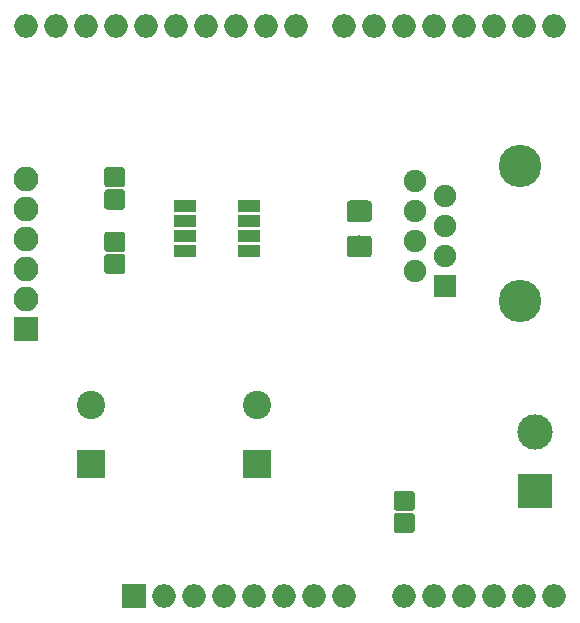
<source format=gts>
G04 #@! TF.GenerationSoftware,KiCad,Pcbnew,5.0.0-fee4fd1~65~ubuntu17.10.1*
G04 #@! TF.CreationDate,2019-04-16T21:57:56-05:00*
G04 #@! TF.ProjectId,Operator,4F70657261746F722E6B696361645F70,1*
G04 #@! TF.SameCoordinates,Original*
G04 #@! TF.FileFunction,Soldermask,Top*
G04 #@! TF.FilePolarity,Negative*
%FSLAX46Y46*%
G04 Gerber Fmt 4.6, Leading zero omitted, Abs format (unit mm)*
G04 Created by KiCad (PCBNEW 5.0.0-fee4fd1~65~ubuntu17.10.1) date Tue Apr 16 21:57:56 2019*
%MOMM*%
%LPD*%
G01*
G04 APERTURE LIST*
%ADD10O,2.000000X2.000000*%
%ADD11R,2.000000X2.000000*%
%ADD12R,2.400000X2.400000*%
%ADD13C,2.400000*%
%ADD14C,3.600000*%
%ADD15R,1.900000X1.900000*%
%ADD16C,1.900000*%
%ADD17R,3.000000X3.000000*%
%ADD18C,3.000000*%
%ADD19C,0.100000*%
%ADD20C,1.725000*%
%ADD21R,1.950000X1.000000*%
%ADD22R,2.100000X2.100000*%
%ADD23O,2.100000X2.100000*%
%ADD24C,1.825000*%
G04 APERTURE END LIST*
D10*
G04 #@! TO.C,A1*
X138180000Y-53213000D03*
X140720000Y-53213000D03*
D11*
X147320000Y-101473000D03*
D10*
X177800000Y-53213000D03*
X149860000Y-101473000D03*
X175260000Y-53213000D03*
X152400000Y-101473000D03*
X172720000Y-53213000D03*
X154940000Y-101473000D03*
X170180000Y-53213000D03*
X157480000Y-101473000D03*
X167640000Y-53213000D03*
X160020000Y-101473000D03*
X165100000Y-53213000D03*
X162560000Y-101473000D03*
X161040000Y-53213000D03*
X165100000Y-101473000D03*
X158500000Y-53213000D03*
X170180000Y-101473000D03*
X155960000Y-53213000D03*
X172720000Y-101473000D03*
X153420000Y-53213000D03*
X175260000Y-101473000D03*
X150880000Y-53213000D03*
X177800000Y-101473000D03*
X148340000Y-53213000D03*
X180340000Y-101473000D03*
X145800000Y-53213000D03*
X182880000Y-101473000D03*
X143260000Y-53213000D03*
X182880000Y-53213000D03*
X180340000Y-53213000D03*
G04 #@! TD*
D12*
G04 #@! TO.C,C1*
X157734000Y-90297000D03*
D13*
X157734000Y-85297000D03*
G04 #@! TD*
G04 #@! TO.C,C2*
X143637000Y-85297000D03*
D12*
X143637000Y-90297000D03*
G04 #@! TD*
D14*
G04 #@! TO.C,J1*
X179959000Y-65024000D03*
X179959000Y-76454000D03*
D15*
X173609000Y-75184000D03*
D16*
X171069000Y-73914000D03*
X173609000Y-72644000D03*
X171069000Y-71374000D03*
X173609000Y-70104000D03*
X171069000Y-68834000D03*
X173609000Y-67564000D03*
X171069000Y-66294000D03*
G04 #@! TD*
D17*
G04 #@! TO.C,J2*
X181229000Y-92583000D03*
D18*
X181229000Y-87583000D03*
G04 #@! TD*
D19*
G04 #@! TO.C,R1*
G36*
X146275431Y-72466567D02*
X146307025Y-72471254D01*
X146338008Y-72479015D01*
X146368081Y-72489775D01*
X146396955Y-72503431D01*
X146424351Y-72519852D01*
X146450006Y-72538879D01*
X146473672Y-72560328D01*
X146495121Y-72583994D01*
X146514148Y-72609649D01*
X146530569Y-72637045D01*
X146544225Y-72665919D01*
X146554985Y-72695992D01*
X146562746Y-72726975D01*
X146567433Y-72758569D01*
X146569000Y-72790471D01*
X146569000Y-73864529D01*
X146567433Y-73896431D01*
X146562746Y-73928025D01*
X146554985Y-73959008D01*
X146544225Y-73989081D01*
X146530569Y-74017955D01*
X146514148Y-74045351D01*
X146495121Y-74071006D01*
X146473672Y-74094672D01*
X146450006Y-74116121D01*
X146424351Y-74135148D01*
X146396955Y-74151569D01*
X146368081Y-74165225D01*
X146338008Y-74175985D01*
X146307025Y-74183746D01*
X146275431Y-74188433D01*
X146243529Y-74190000D01*
X145094471Y-74190000D01*
X145062569Y-74188433D01*
X145030975Y-74183746D01*
X144999992Y-74175985D01*
X144969919Y-74165225D01*
X144941045Y-74151569D01*
X144913649Y-74135148D01*
X144887994Y-74116121D01*
X144864328Y-74094672D01*
X144842879Y-74071006D01*
X144823852Y-74045351D01*
X144807431Y-74017955D01*
X144793775Y-73989081D01*
X144783015Y-73959008D01*
X144775254Y-73928025D01*
X144770567Y-73896431D01*
X144769000Y-73864529D01*
X144769000Y-72790471D01*
X144770567Y-72758569D01*
X144775254Y-72726975D01*
X144783015Y-72695992D01*
X144793775Y-72665919D01*
X144807431Y-72637045D01*
X144823852Y-72609649D01*
X144842879Y-72583994D01*
X144864328Y-72560328D01*
X144887994Y-72538879D01*
X144913649Y-72519852D01*
X144941045Y-72503431D01*
X144969919Y-72489775D01*
X144999992Y-72479015D01*
X145030975Y-72471254D01*
X145062569Y-72466567D01*
X145094471Y-72465000D01*
X146243529Y-72465000D01*
X146275431Y-72466567D01*
X146275431Y-72466567D01*
G37*
D20*
X145669000Y-73327500D03*
D19*
G36*
X146275431Y-70591567D02*
X146307025Y-70596254D01*
X146338008Y-70604015D01*
X146368081Y-70614775D01*
X146396955Y-70628431D01*
X146424351Y-70644852D01*
X146450006Y-70663879D01*
X146473672Y-70685328D01*
X146495121Y-70708994D01*
X146514148Y-70734649D01*
X146530569Y-70762045D01*
X146544225Y-70790919D01*
X146554985Y-70820992D01*
X146562746Y-70851975D01*
X146567433Y-70883569D01*
X146569000Y-70915471D01*
X146569000Y-71989529D01*
X146567433Y-72021431D01*
X146562746Y-72053025D01*
X146554985Y-72084008D01*
X146544225Y-72114081D01*
X146530569Y-72142955D01*
X146514148Y-72170351D01*
X146495121Y-72196006D01*
X146473672Y-72219672D01*
X146450006Y-72241121D01*
X146424351Y-72260148D01*
X146396955Y-72276569D01*
X146368081Y-72290225D01*
X146338008Y-72300985D01*
X146307025Y-72308746D01*
X146275431Y-72313433D01*
X146243529Y-72315000D01*
X145094471Y-72315000D01*
X145062569Y-72313433D01*
X145030975Y-72308746D01*
X144999992Y-72300985D01*
X144969919Y-72290225D01*
X144941045Y-72276569D01*
X144913649Y-72260148D01*
X144887994Y-72241121D01*
X144864328Y-72219672D01*
X144842879Y-72196006D01*
X144823852Y-72170351D01*
X144807431Y-72142955D01*
X144793775Y-72114081D01*
X144783015Y-72084008D01*
X144775254Y-72053025D01*
X144770567Y-72021431D01*
X144769000Y-71989529D01*
X144769000Y-70915471D01*
X144770567Y-70883569D01*
X144775254Y-70851975D01*
X144783015Y-70820992D01*
X144793775Y-70790919D01*
X144807431Y-70762045D01*
X144823852Y-70734649D01*
X144842879Y-70708994D01*
X144864328Y-70685328D01*
X144887994Y-70663879D01*
X144913649Y-70644852D01*
X144941045Y-70628431D01*
X144969919Y-70614775D01*
X144999992Y-70604015D01*
X145030975Y-70596254D01*
X145062569Y-70591567D01*
X145094471Y-70590000D01*
X146243529Y-70590000D01*
X146275431Y-70591567D01*
X146275431Y-70591567D01*
G37*
D20*
X145669000Y-71452500D03*
G04 #@! TD*
D19*
G04 #@! TO.C,R2*
G36*
X146275431Y-65130567D02*
X146307025Y-65135254D01*
X146338008Y-65143015D01*
X146368081Y-65153775D01*
X146396955Y-65167431D01*
X146424351Y-65183852D01*
X146450006Y-65202879D01*
X146473672Y-65224328D01*
X146495121Y-65247994D01*
X146514148Y-65273649D01*
X146530569Y-65301045D01*
X146544225Y-65329919D01*
X146554985Y-65359992D01*
X146562746Y-65390975D01*
X146567433Y-65422569D01*
X146569000Y-65454471D01*
X146569000Y-66528529D01*
X146567433Y-66560431D01*
X146562746Y-66592025D01*
X146554985Y-66623008D01*
X146544225Y-66653081D01*
X146530569Y-66681955D01*
X146514148Y-66709351D01*
X146495121Y-66735006D01*
X146473672Y-66758672D01*
X146450006Y-66780121D01*
X146424351Y-66799148D01*
X146396955Y-66815569D01*
X146368081Y-66829225D01*
X146338008Y-66839985D01*
X146307025Y-66847746D01*
X146275431Y-66852433D01*
X146243529Y-66854000D01*
X145094471Y-66854000D01*
X145062569Y-66852433D01*
X145030975Y-66847746D01*
X144999992Y-66839985D01*
X144969919Y-66829225D01*
X144941045Y-66815569D01*
X144913649Y-66799148D01*
X144887994Y-66780121D01*
X144864328Y-66758672D01*
X144842879Y-66735006D01*
X144823852Y-66709351D01*
X144807431Y-66681955D01*
X144793775Y-66653081D01*
X144783015Y-66623008D01*
X144775254Y-66592025D01*
X144770567Y-66560431D01*
X144769000Y-66528529D01*
X144769000Y-65454471D01*
X144770567Y-65422569D01*
X144775254Y-65390975D01*
X144783015Y-65359992D01*
X144793775Y-65329919D01*
X144807431Y-65301045D01*
X144823852Y-65273649D01*
X144842879Y-65247994D01*
X144864328Y-65224328D01*
X144887994Y-65202879D01*
X144913649Y-65183852D01*
X144941045Y-65167431D01*
X144969919Y-65153775D01*
X144999992Y-65143015D01*
X145030975Y-65135254D01*
X145062569Y-65130567D01*
X145094471Y-65129000D01*
X146243529Y-65129000D01*
X146275431Y-65130567D01*
X146275431Y-65130567D01*
G37*
D20*
X145669000Y-65991500D03*
D19*
G36*
X146275431Y-67005567D02*
X146307025Y-67010254D01*
X146338008Y-67018015D01*
X146368081Y-67028775D01*
X146396955Y-67042431D01*
X146424351Y-67058852D01*
X146450006Y-67077879D01*
X146473672Y-67099328D01*
X146495121Y-67122994D01*
X146514148Y-67148649D01*
X146530569Y-67176045D01*
X146544225Y-67204919D01*
X146554985Y-67234992D01*
X146562746Y-67265975D01*
X146567433Y-67297569D01*
X146569000Y-67329471D01*
X146569000Y-68403529D01*
X146567433Y-68435431D01*
X146562746Y-68467025D01*
X146554985Y-68498008D01*
X146544225Y-68528081D01*
X146530569Y-68556955D01*
X146514148Y-68584351D01*
X146495121Y-68610006D01*
X146473672Y-68633672D01*
X146450006Y-68655121D01*
X146424351Y-68674148D01*
X146396955Y-68690569D01*
X146368081Y-68704225D01*
X146338008Y-68714985D01*
X146307025Y-68722746D01*
X146275431Y-68727433D01*
X146243529Y-68729000D01*
X145094471Y-68729000D01*
X145062569Y-68727433D01*
X145030975Y-68722746D01*
X144999992Y-68714985D01*
X144969919Y-68704225D01*
X144941045Y-68690569D01*
X144913649Y-68674148D01*
X144887994Y-68655121D01*
X144864328Y-68633672D01*
X144842879Y-68610006D01*
X144823852Y-68584351D01*
X144807431Y-68556955D01*
X144793775Y-68528081D01*
X144783015Y-68498008D01*
X144775254Y-68467025D01*
X144770567Y-68435431D01*
X144769000Y-68403529D01*
X144769000Y-67329471D01*
X144770567Y-67297569D01*
X144775254Y-67265975D01*
X144783015Y-67234992D01*
X144793775Y-67204919D01*
X144807431Y-67176045D01*
X144823852Y-67148649D01*
X144842879Y-67122994D01*
X144864328Y-67099328D01*
X144887994Y-67077879D01*
X144913649Y-67058852D01*
X144941045Y-67042431D01*
X144969919Y-67028775D01*
X144999992Y-67018015D01*
X145030975Y-67010254D01*
X145062569Y-67005567D01*
X145094471Y-67004000D01*
X146243529Y-67004000D01*
X146275431Y-67005567D01*
X146275431Y-67005567D01*
G37*
D20*
X145669000Y-67866500D03*
G04 #@! TD*
D19*
G04 #@! TO.C,R3*
G36*
X170786431Y-94389067D02*
X170818025Y-94393754D01*
X170849008Y-94401515D01*
X170879081Y-94412275D01*
X170907955Y-94425931D01*
X170935351Y-94442352D01*
X170961006Y-94461379D01*
X170984672Y-94482828D01*
X171006121Y-94506494D01*
X171025148Y-94532149D01*
X171041569Y-94559545D01*
X171055225Y-94588419D01*
X171065985Y-94618492D01*
X171073746Y-94649475D01*
X171078433Y-94681069D01*
X171080000Y-94712971D01*
X171080000Y-95787029D01*
X171078433Y-95818931D01*
X171073746Y-95850525D01*
X171065985Y-95881508D01*
X171055225Y-95911581D01*
X171041569Y-95940455D01*
X171025148Y-95967851D01*
X171006121Y-95993506D01*
X170984672Y-96017172D01*
X170961006Y-96038621D01*
X170935351Y-96057648D01*
X170907955Y-96074069D01*
X170879081Y-96087725D01*
X170849008Y-96098485D01*
X170818025Y-96106246D01*
X170786431Y-96110933D01*
X170754529Y-96112500D01*
X169605471Y-96112500D01*
X169573569Y-96110933D01*
X169541975Y-96106246D01*
X169510992Y-96098485D01*
X169480919Y-96087725D01*
X169452045Y-96074069D01*
X169424649Y-96057648D01*
X169398994Y-96038621D01*
X169375328Y-96017172D01*
X169353879Y-95993506D01*
X169334852Y-95967851D01*
X169318431Y-95940455D01*
X169304775Y-95911581D01*
X169294015Y-95881508D01*
X169286254Y-95850525D01*
X169281567Y-95818931D01*
X169280000Y-95787029D01*
X169280000Y-94712971D01*
X169281567Y-94681069D01*
X169286254Y-94649475D01*
X169294015Y-94618492D01*
X169304775Y-94588419D01*
X169318431Y-94559545D01*
X169334852Y-94532149D01*
X169353879Y-94506494D01*
X169375328Y-94482828D01*
X169398994Y-94461379D01*
X169424649Y-94442352D01*
X169452045Y-94425931D01*
X169480919Y-94412275D01*
X169510992Y-94401515D01*
X169541975Y-94393754D01*
X169573569Y-94389067D01*
X169605471Y-94387500D01*
X170754529Y-94387500D01*
X170786431Y-94389067D01*
X170786431Y-94389067D01*
G37*
D20*
X170180000Y-95250000D03*
D19*
G36*
X170786431Y-92514067D02*
X170818025Y-92518754D01*
X170849008Y-92526515D01*
X170879081Y-92537275D01*
X170907955Y-92550931D01*
X170935351Y-92567352D01*
X170961006Y-92586379D01*
X170984672Y-92607828D01*
X171006121Y-92631494D01*
X171025148Y-92657149D01*
X171041569Y-92684545D01*
X171055225Y-92713419D01*
X171065985Y-92743492D01*
X171073746Y-92774475D01*
X171078433Y-92806069D01*
X171080000Y-92837971D01*
X171080000Y-93912029D01*
X171078433Y-93943931D01*
X171073746Y-93975525D01*
X171065985Y-94006508D01*
X171055225Y-94036581D01*
X171041569Y-94065455D01*
X171025148Y-94092851D01*
X171006121Y-94118506D01*
X170984672Y-94142172D01*
X170961006Y-94163621D01*
X170935351Y-94182648D01*
X170907955Y-94199069D01*
X170879081Y-94212725D01*
X170849008Y-94223485D01*
X170818025Y-94231246D01*
X170786431Y-94235933D01*
X170754529Y-94237500D01*
X169605471Y-94237500D01*
X169573569Y-94235933D01*
X169541975Y-94231246D01*
X169510992Y-94223485D01*
X169480919Y-94212725D01*
X169452045Y-94199069D01*
X169424649Y-94182648D01*
X169398994Y-94163621D01*
X169375328Y-94142172D01*
X169353879Y-94118506D01*
X169334852Y-94092851D01*
X169318431Y-94065455D01*
X169304775Y-94036581D01*
X169294015Y-94006508D01*
X169286254Y-93975525D01*
X169281567Y-93943931D01*
X169280000Y-93912029D01*
X169280000Y-92837971D01*
X169281567Y-92806069D01*
X169286254Y-92774475D01*
X169294015Y-92743492D01*
X169304775Y-92713419D01*
X169318431Y-92684545D01*
X169334852Y-92657149D01*
X169353879Y-92631494D01*
X169375328Y-92607828D01*
X169398994Y-92586379D01*
X169424649Y-92567352D01*
X169452045Y-92550931D01*
X169480919Y-92537275D01*
X169510992Y-92526515D01*
X169541975Y-92518754D01*
X169573569Y-92514067D01*
X169605471Y-92512500D01*
X170754529Y-92512500D01*
X170786431Y-92514067D01*
X170786431Y-92514067D01*
G37*
D20*
X170180000Y-93375000D03*
G04 #@! TD*
D21*
G04 #@! TO.C,U1*
X157005000Y-72263000D03*
X157005000Y-70993000D03*
X157005000Y-69723000D03*
X157005000Y-68453000D03*
X151605000Y-68453000D03*
X151605000Y-69723000D03*
X151605000Y-70993000D03*
X151605000Y-72263000D03*
G04 #@! TD*
D22*
G04 #@! TO.C,J3*
X138176000Y-78867000D03*
D23*
X138176000Y-76327000D03*
X138176000Y-73787000D03*
X138176000Y-71247000D03*
X138176000Y-68707000D03*
X138176000Y-66167000D03*
G04 #@! TD*
D19*
G04 #@! TO.C,C3*
G36*
X167156207Y-70934542D02*
X167187287Y-70939152D01*
X167217766Y-70946787D01*
X167247350Y-70957372D01*
X167275754Y-70970806D01*
X167302704Y-70986959D01*
X167327942Y-71005677D01*
X167351223Y-71026777D01*
X167372323Y-71050058D01*
X167391041Y-71075296D01*
X167407194Y-71102246D01*
X167420628Y-71130650D01*
X167431213Y-71160234D01*
X167438848Y-71190713D01*
X167443458Y-71221793D01*
X167445000Y-71253176D01*
X167445000Y-72437824D01*
X167443458Y-72469207D01*
X167438848Y-72500287D01*
X167431213Y-72530766D01*
X167420628Y-72560350D01*
X167407194Y-72588754D01*
X167391041Y-72615704D01*
X167372323Y-72640942D01*
X167351223Y-72664223D01*
X167327942Y-72685323D01*
X167302704Y-72704041D01*
X167275754Y-72720194D01*
X167247350Y-72733628D01*
X167217766Y-72744213D01*
X167187287Y-72751848D01*
X167156207Y-72756458D01*
X167124824Y-72758000D01*
X165615176Y-72758000D01*
X165583793Y-72756458D01*
X165552713Y-72751848D01*
X165522234Y-72744213D01*
X165492650Y-72733628D01*
X165464246Y-72720194D01*
X165437296Y-72704041D01*
X165412058Y-72685323D01*
X165388777Y-72664223D01*
X165367677Y-72640942D01*
X165348959Y-72615704D01*
X165332806Y-72588754D01*
X165319372Y-72560350D01*
X165308787Y-72530766D01*
X165301152Y-72500287D01*
X165296542Y-72469207D01*
X165295000Y-72437824D01*
X165295000Y-71253176D01*
X165296542Y-71221793D01*
X165301152Y-71190713D01*
X165308787Y-71160234D01*
X165319372Y-71130650D01*
X165332806Y-71102246D01*
X165348959Y-71075296D01*
X165367677Y-71050058D01*
X165388777Y-71026777D01*
X165412058Y-71005677D01*
X165437296Y-70986959D01*
X165464246Y-70970806D01*
X165492650Y-70957372D01*
X165522234Y-70946787D01*
X165552713Y-70939152D01*
X165583793Y-70934542D01*
X165615176Y-70933000D01*
X167124824Y-70933000D01*
X167156207Y-70934542D01*
X167156207Y-70934542D01*
G37*
D24*
X166370000Y-71845500D03*
D19*
G36*
X167156207Y-67959542D02*
X167187287Y-67964152D01*
X167217766Y-67971787D01*
X167247350Y-67982372D01*
X167275754Y-67995806D01*
X167302704Y-68011959D01*
X167327942Y-68030677D01*
X167351223Y-68051777D01*
X167372323Y-68075058D01*
X167391041Y-68100296D01*
X167407194Y-68127246D01*
X167420628Y-68155650D01*
X167431213Y-68185234D01*
X167438848Y-68215713D01*
X167443458Y-68246793D01*
X167445000Y-68278176D01*
X167445000Y-69462824D01*
X167443458Y-69494207D01*
X167438848Y-69525287D01*
X167431213Y-69555766D01*
X167420628Y-69585350D01*
X167407194Y-69613754D01*
X167391041Y-69640704D01*
X167372323Y-69665942D01*
X167351223Y-69689223D01*
X167327942Y-69710323D01*
X167302704Y-69729041D01*
X167275754Y-69745194D01*
X167247350Y-69758628D01*
X167217766Y-69769213D01*
X167187287Y-69776848D01*
X167156207Y-69781458D01*
X167124824Y-69783000D01*
X165615176Y-69783000D01*
X165583793Y-69781458D01*
X165552713Y-69776848D01*
X165522234Y-69769213D01*
X165492650Y-69758628D01*
X165464246Y-69745194D01*
X165437296Y-69729041D01*
X165412058Y-69710323D01*
X165388777Y-69689223D01*
X165367677Y-69665942D01*
X165348959Y-69640704D01*
X165332806Y-69613754D01*
X165319372Y-69585350D01*
X165308787Y-69555766D01*
X165301152Y-69525287D01*
X165296542Y-69494207D01*
X165295000Y-69462824D01*
X165295000Y-68278176D01*
X165296542Y-68246793D01*
X165301152Y-68215713D01*
X165308787Y-68185234D01*
X165319372Y-68155650D01*
X165332806Y-68127246D01*
X165348959Y-68100296D01*
X165367677Y-68075058D01*
X165388777Y-68051777D01*
X165412058Y-68030677D01*
X165437296Y-68011959D01*
X165464246Y-67995806D01*
X165492650Y-67982372D01*
X165522234Y-67971787D01*
X165552713Y-67964152D01*
X165583793Y-67959542D01*
X165615176Y-67958000D01*
X167124824Y-67958000D01*
X167156207Y-67959542D01*
X167156207Y-67959542D01*
G37*
D24*
X166370000Y-68870500D03*
G04 #@! TD*
M02*

</source>
